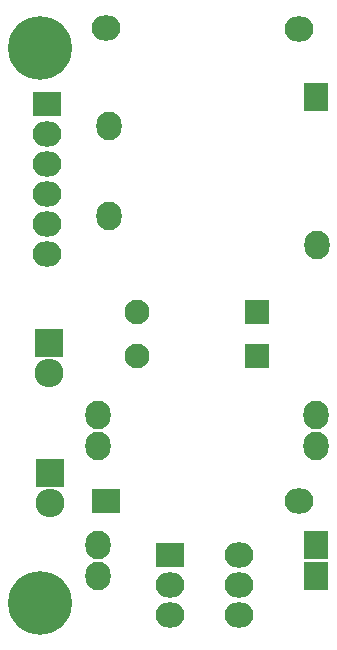
<source format=gbr>
G04 #@! TF.FileFunction,Soldermask,Bot*
%FSLAX46Y46*%
G04 Gerber Fmt 4.6, Leading zero omitted, Abs format (unit mm)*
G04 Created by KiCad (PCBNEW 4.0.2-stable) date 11.07.2016 23:58:06*
%MOMM*%
G01*
G04 APERTURE LIST*
%ADD10C,0.100000*%
%ADD11C,5.400000*%
%ADD12C,2.099260*%
%ADD13R,2.099260X2.099260*%
%ADD14O,2.432000X2.127200*%
%ADD15R,2.432000X2.127200*%
%ADD16O,2.127200X2.432000*%
%ADD17R,2.127200X2.432000*%
%ADD18R,2.432000X2.432000*%
%ADD19O,2.432000X2.432000*%
G04 APERTURE END LIST*
D10*
D11*
X130479800Y-128422400D03*
D12*
X138632680Y-103837740D03*
D13*
X148792680Y-103837740D03*
D12*
X138658080Y-107571540D03*
D13*
X148818080Y-107571540D03*
D14*
X152421200Y-79855600D03*
X136021200Y-79755600D03*
X152421200Y-119855600D03*
D15*
X136021200Y-119815600D03*
D16*
X135337600Y-126159400D03*
X135337600Y-123559400D03*
X135337600Y-112559400D03*
X135337600Y-115159400D03*
X153837600Y-115159400D03*
D17*
X153797600Y-126159400D03*
D16*
X153837600Y-112559400D03*
D17*
X153797600Y-123559400D03*
D16*
X136291600Y-88071800D03*
X136291600Y-95671800D03*
X153891600Y-98171800D03*
D17*
X153851600Y-85571800D03*
D18*
X131267200Y-117424200D03*
D19*
X131267200Y-119964200D03*
D15*
X131038600Y-86233000D03*
D14*
X131038600Y-88773000D03*
X131038600Y-91313000D03*
X131038600Y-93853000D03*
X131038600Y-96393000D03*
X131038600Y-98933000D03*
D18*
X131191000Y-106451400D03*
D19*
X131191000Y-108991400D03*
D14*
X141449800Y-129490800D03*
X141449800Y-126950800D03*
D15*
X141449800Y-124410800D03*
D14*
X147349800Y-124410800D03*
X147349800Y-126950800D03*
X147349800Y-129490800D03*
D11*
X130454400Y-81432400D03*
M02*

</source>
